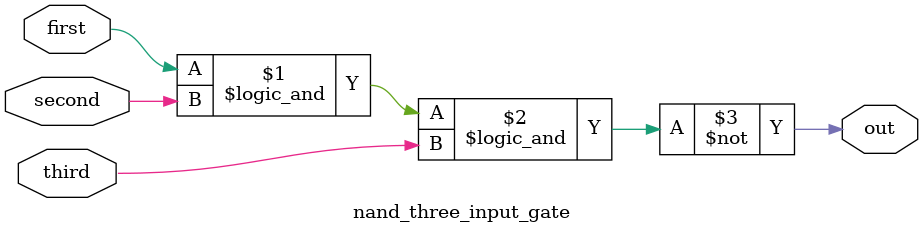
<source format=v>
`timescale 1ns/1ps

module nand_three_input_gate (
    first,second,third,
    out
);

  input first,second,third;
  output out;

  assign out = ~(first&&second&&third);

endmodule
</source>
